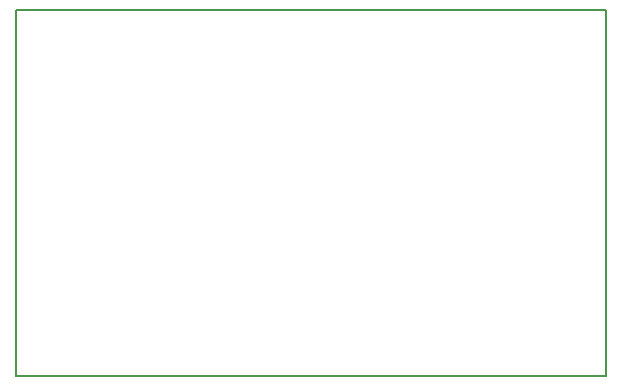
<source format=gbr>
G04 #@! TF.GenerationSoftware,KiCad,Pcbnew,5.1.7-a382d34a8~87~ubuntu20.04.1*
G04 #@! TF.CreationDate,2020-11-16T15:14:02+01:00*
G04 #@! TF.ProjectId,LocoNetInterface_V1.1,4c6f636f-4e65-4744-996e-746572666163,rev?*
G04 #@! TF.SameCoordinates,Original*
G04 #@! TF.FileFunction,Profile,NP*
%FSLAX46Y46*%
G04 Gerber Fmt 4.6, Leading zero omitted, Abs format (unit mm)*
G04 Created by KiCad (PCBNEW 5.1.7-a382d34a8~87~ubuntu20.04.1) date 2020-11-16 15:14:02*
%MOMM*%
%LPD*%
G01*
G04 APERTURE LIST*
G04 #@! TA.AperFunction,Profile*
%ADD10C,0.150000*%
G04 #@! TD*
G04 APERTURE END LIST*
D10*
X40000000Y-100000000D02*
X40000000Y-131000000D01*
X90000000Y-100000000D02*
X40000000Y-100000000D01*
X90000000Y-131000000D02*
X90000000Y-100000000D01*
X40000000Y-131000000D02*
X90000000Y-131000000D01*
M02*

</source>
